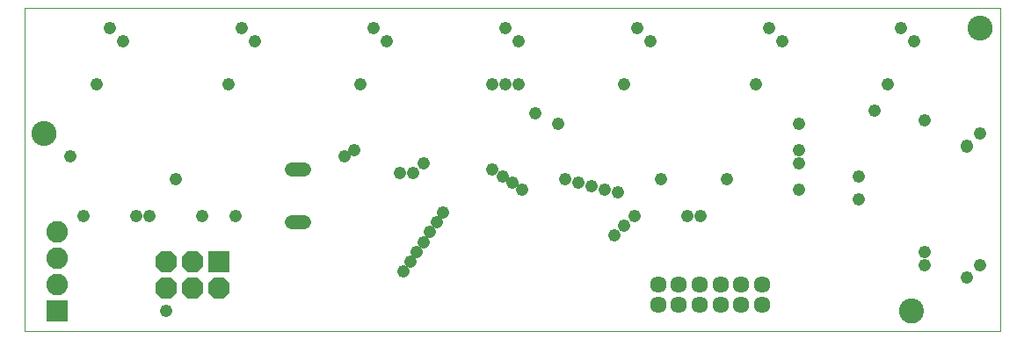
<source format=gbs>
G75*
%MOIN*%
%OFA0B0*%
%FSLAX24Y24*%
%IPPOS*%
%LPD*%
%AMOC8*
5,1,8,0,0,1.08239X$1,22.5*
%
%ADD10C,0.0000*%
%ADD11C,0.0946*%
%ADD12C,0.0520*%
%ADD13R,0.0820X0.0820*%
%ADD14C,0.0820*%
%ADD15OC8,0.0820*%
%ADD16C,0.0634*%
%ADD17C,0.0476*%
D10*
X000224Y000425D02*
X000224Y012675D01*
X037224Y012675D01*
X037224Y000425D01*
X000224Y000425D01*
X000541Y007925D02*
X000543Y007966D01*
X000549Y008007D01*
X000559Y008047D01*
X000572Y008086D01*
X000589Y008123D01*
X000610Y008159D01*
X000634Y008193D01*
X000661Y008224D01*
X000690Y008252D01*
X000723Y008278D01*
X000757Y008300D01*
X000794Y008319D01*
X000832Y008334D01*
X000872Y008346D01*
X000912Y008354D01*
X000953Y008358D01*
X000995Y008358D01*
X001036Y008354D01*
X001076Y008346D01*
X001116Y008334D01*
X001154Y008319D01*
X001190Y008300D01*
X001225Y008278D01*
X001258Y008252D01*
X001287Y008224D01*
X001314Y008193D01*
X001338Y008159D01*
X001359Y008123D01*
X001376Y008086D01*
X001389Y008047D01*
X001399Y008007D01*
X001405Y007966D01*
X001407Y007925D01*
X001405Y007884D01*
X001399Y007843D01*
X001389Y007803D01*
X001376Y007764D01*
X001359Y007727D01*
X001338Y007691D01*
X001314Y007657D01*
X001287Y007626D01*
X001258Y007598D01*
X001225Y007572D01*
X001191Y007550D01*
X001154Y007531D01*
X001116Y007516D01*
X001076Y007504D01*
X001036Y007496D01*
X000995Y007492D01*
X000953Y007492D01*
X000912Y007496D01*
X000872Y007504D01*
X000832Y007516D01*
X000794Y007531D01*
X000758Y007550D01*
X000723Y007572D01*
X000690Y007598D01*
X000661Y007626D01*
X000634Y007657D01*
X000610Y007691D01*
X000589Y007727D01*
X000572Y007764D01*
X000559Y007803D01*
X000549Y007843D01*
X000543Y007884D01*
X000541Y007925D01*
X033416Y001175D02*
X033418Y001216D01*
X033424Y001257D01*
X033434Y001297D01*
X033447Y001336D01*
X033464Y001373D01*
X033485Y001409D01*
X033509Y001443D01*
X033536Y001474D01*
X033565Y001502D01*
X033598Y001528D01*
X033632Y001550D01*
X033669Y001569D01*
X033707Y001584D01*
X033747Y001596D01*
X033787Y001604D01*
X033828Y001608D01*
X033870Y001608D01*
X033911Y001604D01*
X033951Y001596D01*
X033991Y001584D01*
X034029Y001569D01*
X034065Y001550D01*
X034100Y001528D01*
X034133Y001502D01*
X034162Y001474D01*
X034189Y001443D01*
X034213Y001409D01*
X034234Y001373D01*
X034251Y001336D01*
X034264Y001297D01*
X034274Y001257D01*
X034280Y001216D01*
X034282Y001175D01*
X034280Y001134D01*
X034274Y001093D01*
X034264Y001053D01*
X034251Y001014D01*
X034234Y000977D01*
X034213Y000941D01*
X034189Y000907D01*
X034162Y000876D01*
X034133Y000848D01*
X034100Y000822D01*
X034066Y000800D01*
X034029Y000781D01*
X033991Y000766D01*
X033951Y000754D01*
X033911Y000746D01*
X033870Y000742D01*
X033828Y000742D01*
X033787Y000746D01*
X033747Y000754D01*
X033707Y000766D01*
X033669Y000781D01*
X033633Y000800D01*
X033598Y000822D01*
X033565Y000848D01*
X033536Y000876D01*
X033509Y000907D01*
X033485Y000941D01*
X033464Y000977D01*
X033447Y001014D01*
X033434Y001053D01*
X033424Y001093D01*
X033418Y001134D01*
X033416Y001175D01*
X036041Y011925D02*
X036043Y011966D01*
X036049Y012007D01*
X036059Y012047D01*
X036072Y012086D01*
X036089Y012123D01*
X036110Y012159D01*
X036134Y012193D01*
X036161Y012224D01*
X036190Y012252D01*
X036223Y012278D01*
X036257Y012300D01*
X036294Y012319D01*
X036332Y012334D01*
X036372Y012346D01*
X036412Y012354D01*
X036453Y012358D01*
X036495Y012358D01*
X036536Y012354D01*
X036576Y012346D01*
X036616Y012334D01*
X036654Y012319D01*
X036690Y012300D01*
X036725Y012278D01*
X036758Y012252D01*
X036787Y012224D01*
X036814Y012193D01*
X036838Y012159D01*
X036859Y012123D01*
X036876Y012086D01*
X036889Y012047D01*
X036899Y012007D01*
X036905Y011966D01*
X036907Y011925D01*
X036905Y011884D01*
X036899Y011843D01*
X036889Y011803D01*
X036876Y011764D01*
X036859Y011727D01*
X036838Y011691D01*
X036814Y011657D01*
X036787Y011626D01*
X036758Y011598D01*
X036725Y011572D01*
X036691Y011550D01*
X036654Y011531D01*
X036616Y011516D01*
X036576Y011504D01*
X036536Y011496D01*
X036495Y011492D01*
X036453Y011492D01*
X036412Y011496D01*
X036372Y011504D01*
X036332Y011516D01*
X036294Y011531D01*
X036258Y011550D01*
X036223Y011572D01*
X036190Y011598D01*
X036161Y011626D01*
X036134Y011657D01*
X036110Y011691D01*
X036089Y011727D01*
X036072Y011764D01*
X036059Y011803D01*
X036049Y011843D01*
X036043Y011884D01*
X036041Y011925D01*
D11*
X036474Y011925D03*
X033849Y001175D03*
X000974Y007925D03*
D12*
X010379Y006550D02*
X010819Y006550D01*
X010819Y004550D02*
X010379Y004550D01*
D13*
X007599Y003050D03*
X001474Y001175D03*
D14*
X001474Y002175D03*
X001474Y003175D03*
X001474Y004175D03*
D15*
X005599Y003050D03*
X006599Y003050D03*
X006599Y002050D03*
X005599Y002050D03*
X007599Y002050D03*
D16*
X024256Y002194D03*
X025043Y002194D03*
X025830Y002194D03*
X026618Y002194D03*
X027405Y002194D03*
X028193Y002194D03*
X028193Y001406D03*
X027405Y001406D03*
X026618Y001406D03*
X025830Y001406D03*
X025043Y001406D03*
X024256Y001406D03*
D17*
X022599Y004050D03*
X022974Y004425D03*
X023349Y004800D03*
X025349Y004800D03*
X025849Y004800D03*
X022724Y005675D03*
X022224Y005800D03*
X021724Y005925D03*
X021224Y006050D03*
X020724Y006175D03*
X019099Y005800D03*
X018724Y006050D03*
X018349Y006300D03*
X017974Y006550D03*
X015349Y006800D03*
X014974Y006425D03*
X014474Y006425D03*
X012349Y007050D03*
X012724Y007300D03*
X005974Y006175D03*
X004974Y004800D03*
X004474Y004800D03*
X002474Y004800D03*
X006974Y004800D03*
X008224Y004800D03*
X014599Y002675D03*
X014849Y003050D03*
X015099Y003425D03*
X015349Y003800D03*
X015599Y004175D03*
X015849Y004550D03*
X016099Y004925D03*
X024349Y006175D03*
X026849Y006175D03*
X029599Y005800D03*
X031849Y005425D03*
X031849Y006300D03*
X029599Y006800D03*
X029599Y007300D03*
X029599Y008300D03*
X032474Y008800D03*
X034349Y008425D03*
X036474Y007933D03*
X036474Y007925D03*
X035974Y007441D03*
X035974Y007425D03*
X032974Y009800D03*
X033958Y011425D03*
X033466Y011925D03*
X028974Y011425D03*
X028474Y011925D03*
X023958Y011425D03*
X023474Y011925D03*
X023466Y011925D03*
X018974Y011425D03*
X018466Y011925D03*
X013958Y011425D03*
X013466Y011925D03*
X008958Y011425D03*
X008466Y011925D03*
X003974Y011425D03*
X003474Y011925D03*
X002974Y009800D03*
X007974Y009800D03*
X012974Y009800D03*
X017974Y009800D03*
X018474Y009800D03*
X018974Y009800D03*
X019599Y008675D03*
X020474Y008300D03*
X022974Y009800D03*
X027974Y009800D03*
X034349Y003425D03*
X034349Y002925D03*
X035974Y002441D03*
X036474Y002933D03*
X005599Y001175D03*
X001974Y007050D03*
M02*

</source>
